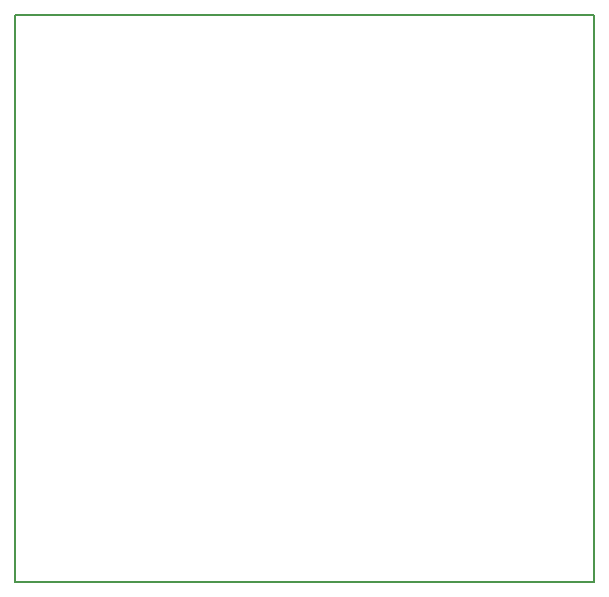
<source format=gm1>
%TF.GenerationSoftware,KiCad,Pcbnew,4.0.7*%
%TF.CreationDate,2018-10-18T17:54:17-04:00*%
%TF.ProjectId,GCEW_Glove,474345575F476C6F76652E6B69636164,1*%
%TF.FileFunction,Profile,NP*%
%FSLAX46Y46*%
G04 Gerber Fmt 4.6, Leading zero omitted, Abs format (unit mm)*
G04 Created by KiCad (PCBNEW 4.0.7) date 10/18/18 17:54:17*
%MOMM*%
%LPD*%
G01*
G04 APERTURE LIST*
%ADD10C,0.100000*%
%ADD11C,0.150000*%
G04 APERTURE END LIST*
D10*
D11*
X179000000Y-100000000D02*
X130000000Y-100000000D01*
X179000000Y-148000000D02*
X179000000Y-100000000D01*
X130000000Y-148000000D02*
X179000000Y-148000000D01*
X130000000Y-148000000D02*
X130000000Y-100000000D01*
M02*

</source>
